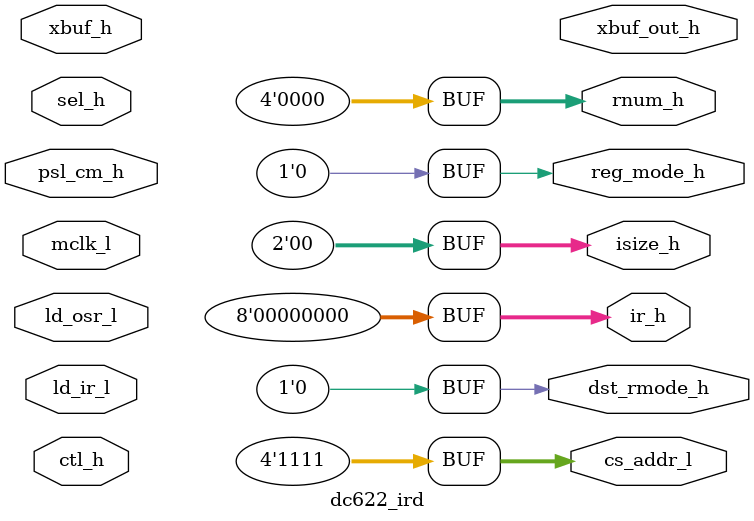
<source format=v>
module dc622_ird(
    input  [15:0] xbuf_h,
    output [15:8] xbuf_out_h,
    input         psl_cm_h,
    input         mclk_l,
    input         ld_ir_l,
    input         ld_osr_l,
    input  [1:0]  ctl_h,
    input  [1:0]  sel_h,

    output [7:0]  ir_h,
    output [3:0]  cs_addr_l,
    output [3:0]  rnum_h,
    output [1:0]  isize_h,
    output        dst_rmode_h,
    output        reg_mode_h );

    assign cs_addr_l = 4'b1111;
	 assign ir_h = 8'h00;
	 assign isize_h = 2'b00;
	 assign dst_rmode_h = 1'b0;
	 assign reg_mode_h = 1'b0;
	 assign rnum_h = 4'b0000;

endmodule
</source>
